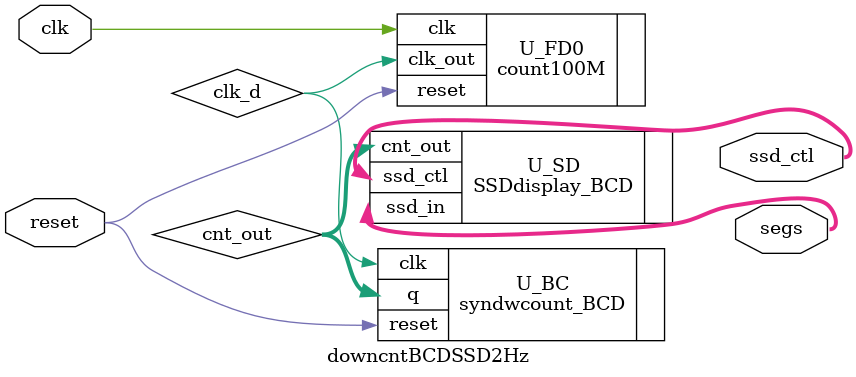
<source format=v>
`timescale 1ns / 1ps

module downcntBCDSSD2Hz(
    clk, // clock from oscillator
    reset, // active low reset
    segs,
    ssd_ctl
);

input clk; // clock from oscillator
input reset; // active low reset
output [7:0] segs;
output [3:0] ssd_ctl;
wire clk_d; // frequency-divided clock
wire [3:0] cnt_out; // binary counter output

// Frequency Divider
count100M U_FD0(
    .clk_out(clk_d), //divided clock output
    .clk(clk), // clock from the 40MHz oscillator
    .reset(reset) // low active reset
);
// Binary Counter
syndwcount_BCD U_BC(
    .q(cnt_out), //counter output
    .clk(clk_d), // clock
    .reset(reset) //active low reset
);
// SSD display
SSDdisplay_BCD U_SD(
    .ssd_in(segs), 
    .ssd_ctl(ssd_ctl), 
    .cnt_out(cnt_out)
);
endmodule
   
</source>
